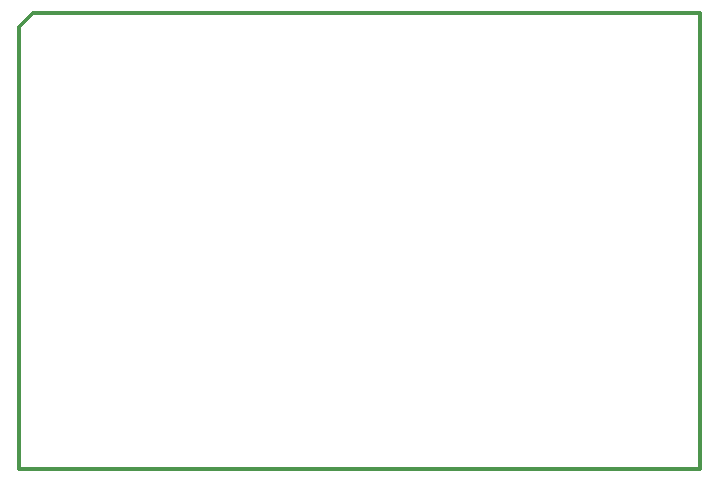
<source format=gm1>
G04 Layer_Color=16711935*
%FSLAX44Y44*%
%MOMM*%
G71*
G01*
G75*
%ADD16C,0.3500*%
D16*
X-372110Y193040D02*
X193040D01*
Y-193040D02*
Y193040D01*
X-383540Y-193040D02*
X193040D01*
X-383540D02*
Y181610D01*
X-372110Y193040D01*
X193040D01*
Y-193040D02*
Y193040D01*
X-383540Y-193040D02*
X193040D01*
X-383540D02*
Y181610D01*
X-372110Y193040D01*
M02*

</source>
